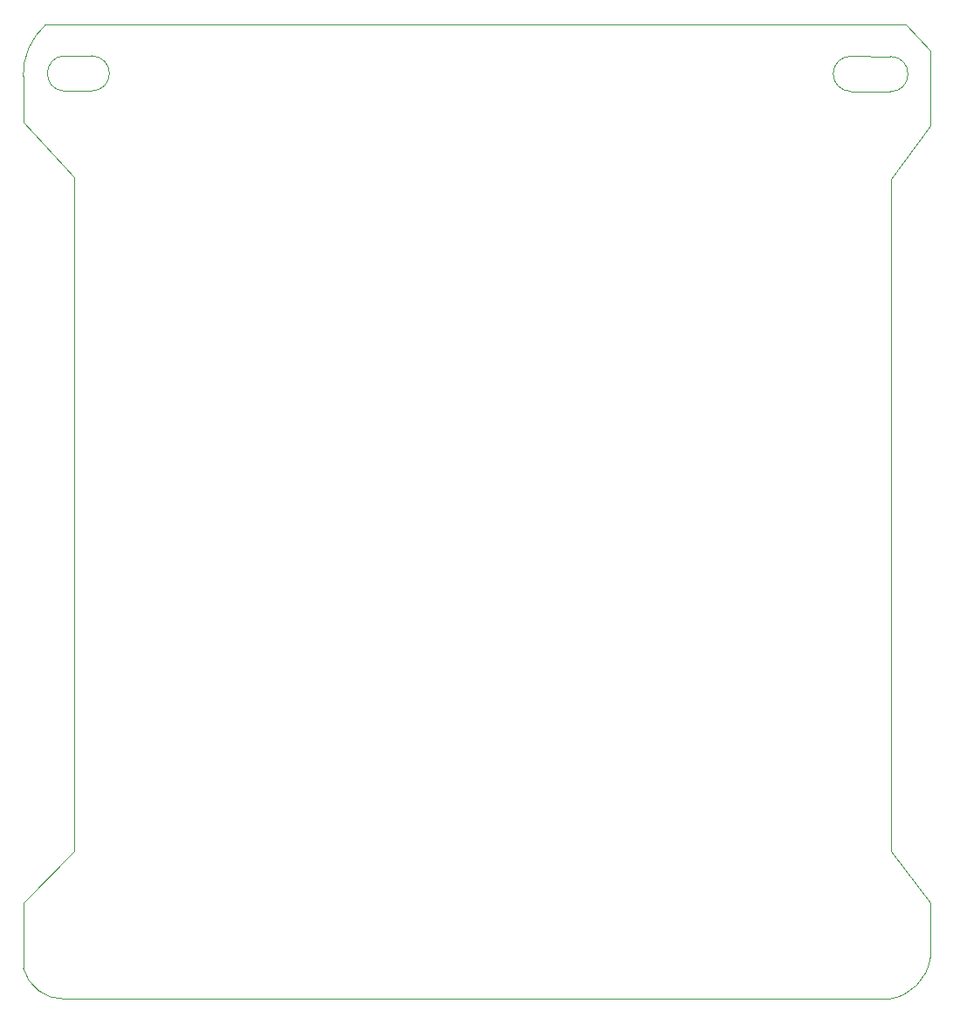
<source format=gbr>
%TF.GenerationSoftware,KiCad,Pcbnew,9.0.4*%
%TF.CreationDate,2025-10-16T15:09:17-07:00*%
%TF.ProjectId,Cygnet Skywalker v1,4379676e-6574-4205-936b-7977616c6b65,rev?*%
%TF.SameCoordinates,Original*%
%TF.FileFunction,Profile,NP*%
%FSLAX46Y46*%
G04 Gerber Fmt 4.6, Leading zero omitted, Abs format (unit mm)*
G04 Created by KiCad (PCBNEW 9.0.4) date 2025-10-16 15:09:17*
%MOMM*%
%LPD*%
G01*
G04 APERTURE LIST*
%TA.AperFunction,Profile*%
%ADD10C,0.100000*%
%TD*%
G04 APERTURE END LIST*
D10*
X234625000Y-66430000D02*
X260025000Y-66430000D01*
X268366838Y-156940678D02*
G75*
G02*
X264366845Y-160940729I-4618638J618578D01*
G01*
X268366838Y-151576278D02*
X264523638Y-146603078D01*
X182530358Y-66455523D02*
X187000000Y-66430000D01*
X222560000Y-66430000D02*
X187000000Y-66430000D01*
X184278754Y-72868844D02*
X187034261Y-72865795D01*
X180366838Y-151576278D02*
X185343638Y-146599478D01*
X185343638Y-81199478D02*
X185343638Y-146599478D01*
X268366838Y-75211800D02*
X268366838Y-68960000D01*
X187034259Y-69458395D02*
G75*
G02*
X187034261Y-72865805I41J-1703705D01*
G01*
X264523638Y-81366278D02*
X264523638Y-146603078D01*
X185343638Y-81199478D02*
X180366838Y-75876278D01*
X180366838Y-75876278D02*
X180366838Y-71440678D01*
X264493638Y-69516278D02*
G75*
G02*
X264490000Y-72923726I-3638J-1703722D01*
G01*
X260663638Y-72896278D02*
G75*
G02*
X260693984Y-69494414I-23638J1701278D01*
G01*
X260663589Y-72896278D02*
X264490000Y-72923682D01*
X264493638Y-69516278D02*
X260693985Y-69494369D01*
X223916838Y-66430000D02*
X233467238Y-66430000D01*
X268366838Y-152398278D02*
X268366838Y-151576278D01*
X234625000Y-66430000D02*
X233467238Y-66430000D01*
X260025000Y-66430000D02*
X266020000Y-66440000D01*
X268366838Y-152398278D02*
X268366838Y-156940678D01*
X222560000Y-66430000D02*
X223916838Y-66430000D01*
X268366838Y-76246278D02*
X264523638Y-81366278D01*
X268366838Y-75211800D02*
X268366838Y-76246278D01*
X264366838Y-160940678D02*
X184366838Y-160940678D01*
X180366838Y-71440678D02*
G75*
G02*
X182530359Y-66455524I6488762J145978D01*
G01*
X184323660Y-69460478D02*
X187034259Y-69458395D01*
X180366838Y-152866278D02*
X180366838Y-151576278D01*
X184366838Y-160940678D02*
G75*
G02*
X180366794Y-157940690I-60638J4085878D01*
G01*
X184278743Y-72868844D02*
G75*
G02*
X184323641Y-69460523I145157J1702544D01*
G01*
X268366838Y-68960000D02*
X266020000Y-66440000D01*
X180366838Y-157940678D02*
X180366838Y-152866278D01*
M02*

</source>
